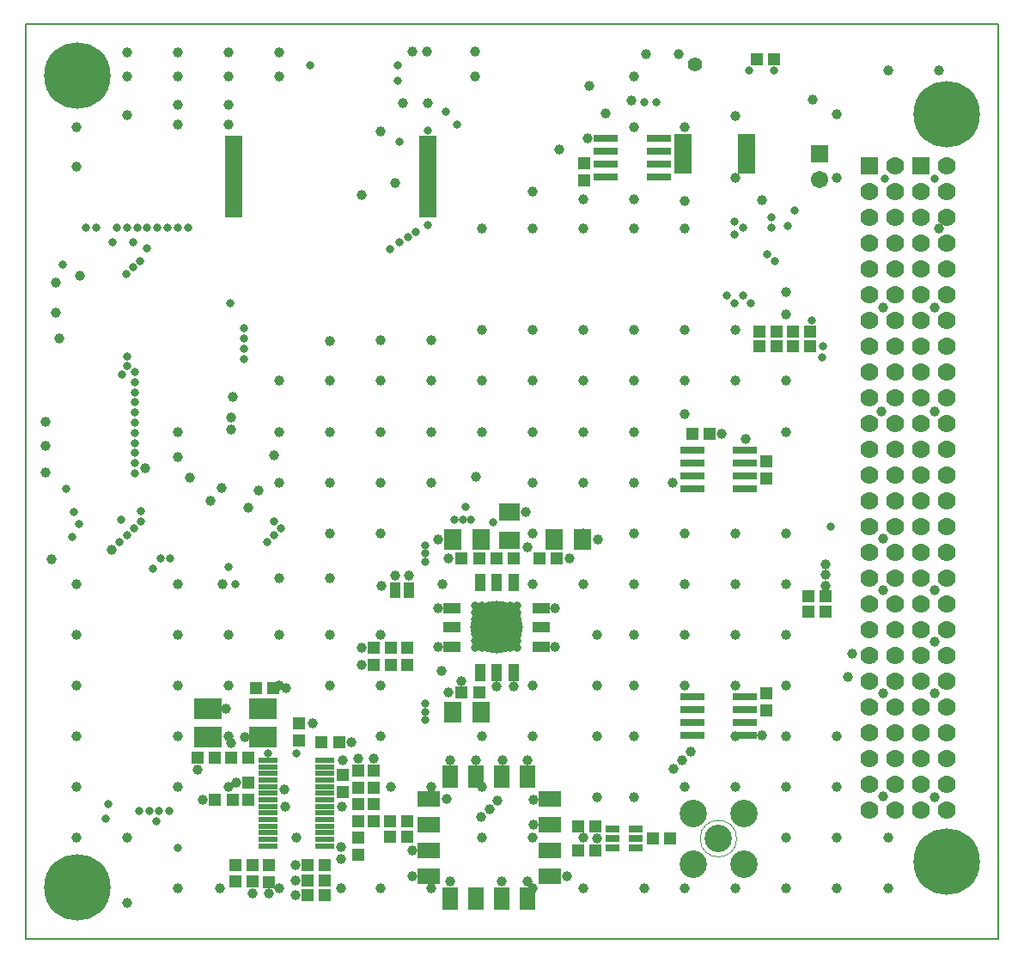
<source format=gts>
%FSAX24Y24*%
%MOIN*%
G70*
G01*
G75*
G04 Layer_Color=8388736*
%ADD10C,0.0394*%
%ADD11C,0.0276*%
%ADD12R,0.0630X0.0709*%
%ADD13R,0.0433X0.0394*%
%ADD14R,0.0394X0.0433*%
%ADD15R,0.0591X0.1457*%
%ADD16R,0.0866X0.0236*%
%ADD17R,0.0866X0.0236*%
%ADD18R,0.0807X0.0532*%
%ADD19R,0.0532X0.0807*%
%ADD20R,0.0709X0.0630*%
%ADD21R,0.1014X0.0748*%
%ADD22R,0.0453X0.0236*%
%ADD23R,0.0650X0.0118*%
%ADD24R,0.0630X0.0118*%
%ADD25R,0.0591X0.0335*%
%ADD26R,0.0335X0.0591*%
%ADD27C,0.1969*%
%ADD28R,0.0315X0.0118*%
%ADD29C,0.0315*%
%ADD30C,0.0197*%
%ADD31C,0.0236*%
%ADD32C,0.0472*%
%ADD33C,0.0118*%
%ADD34C,0.0157*%
%ADD35C,0.0591*%
%ADD36R,0.1378X0.0565*%
%ADD37R,0.0945X0.1024*%
%ADD38R,0.0823X0.0266*%
%ADD39R,0.0866X0.0108*%
%ADD40R,0.0591X0.0630*%
%ADD41R,0.2520X0.2480*%
%ADD42C,0.0010*%
%ADD43C,0.0080*%
%ADD44R,0.0591X0.0591*%
%ADD45C,0.0591*%
%ADD46C,0.0984*%
%ADD47C,0.0620*%
%ADD48R,0.0620X0.0620*%
%ADD49C,0.2500*%
%ADD50C,0.0236*%
%ADD51C,0.0472*%
%ADD52C,0.0315*%
%ADD53R,0.0315X0.0630*%
%ADD54R,0.0827X0.1181*%
%ADD55O,0.0118X0.0709*%
%ADD56O,0.0709X0.0118*%
%ADD57R,0.0394X0.0374*%
%ADD58R,0.3307X0.3307*%
%ADD59C,0.0098*%
%ADD60C,0.0079*%
%ADD61C,0.0080*%
%ADD62C,0.0100*%
%ADD63R,0.0710X0.0789*%
%ADD64R,0.0513X0.0474*%
%ADD65R,0.0474X0.0513*%
%ADD66R,0.0671X0.1537*%
%ADD67R,0.0946X0.0316*%
%ADD68R,0.0946X0.0316*%
%ADD69R,0.0887X0.0612*%
%ADD70R,0.0612X0.0887*%
%ADD71R,0.0789X0.0710*%
%ADD72R,0.1094X0.0828*%
%ADD73R,0.0533X0.0316*%
%ADD74R,0.0730X0.0198*%
%ADD75R,0.0710X0.0198*%
%ADD76R,0.0671X0.0415*%
%ADD77R,0.0415X0.0671*%
%ADD78C,0.2049*%
%ADD79R,0.0395X0.0198*%
%ADD80R,0.0671X0.0671*%
%ADD81C,0.0671*%
%ADD82C,0.1064*%
%ADD83C,0.0700*%
%ADD84R,0.0700X0.0700*%
%ADD85C,0.2580*%
%ADD86C,0.0316*%
%ADD87C,0.0552*%
%ADD88C,0.0395*%
D42*
X067598Y063898D02*
G03*
X067598Y063898I-000709J000000D01*
G01*
X067303D02*
G03*
X067303Y063898I-000413J000000D01*
G01*
X066968D02*
G03*
X066968Y063898I-000079J000000D01*
G01*
D43*
X040000Y060000D02*
X077752D01*
X040000Y095500D02*
X077752D01*
Y060000D02*
Y095500D01*
X040000Y060000D02*
Y095500D01*
D63*
X061614Y075512D02*
D03*
X060512D02*
D03*
X056575Y068819D02*
D03*
X057677D02*
D03*
X056575Y075512D02*
D03*
X057677D02*
D03*
D64*
X069055Y094134D02*
D03*
X068386D02*
D03*
X071063Y073307D02*
D03*
X070394D02*
D03*
X071063Y072717D02*
D03*
X070394D02*
D03*
X058268Y074764D02*
D03*
X058937D02*
D03*
X052165Y067638D02*
D03*
X051496D02*
D03*
X048150Y062874D02*
D03*
X048819D02*
D03*
X048032Y065394D02*
D03*
X047362D02*
D03*
X049606Y069724D02*
D03*
X048937D02*
D03*
X046693Y067047D02*
D03*
X047362D02*
D03*
X054803Y064567D02*
D03*
X054134D02*
D03*
X061457Y063425D02*
D03*
X062126D02*
D03*
X048819Y062244D02*
D03*
X048150D02*
D03*
X056929Y069567D02*
D03*
X057598D02*
D03*
X050945Y062283D02*
D03*
X051614D02*
D03*
X056929Y074764D02*
D03*
X057598D02*
D03*
X050945Y062874D02*
D03*
X051614D02*
D03*
X061457Y064370D02*
D03*
X062126D02*
D03*
X054803Y063976D02*
D03*
X054134D02*
D03*
X060630Y074764D02*
D03*
X059961D02*
D03*
X051614Y061693D02*
D03*
X050945D02*
D03*
X066535Y079606D02*
D03*
X065866D02*
D03*
X069134Y083583D02*
D03*
X068465D02*
D03*
X069134Y082992D02*
D03*
X068465D02*
D03*
X070433Y083583D02*
D03*
X069764D02*
D03*
X070433Y082992D02*
D03*
X069764D02*
D03*
X065000Y063898D02*
D03*
X064331D02*
D03*
X047992Y067047D02*
D03*
X048661D02*
D03*
X053504Y071299D02*
D03*
X054173D02*
D03*
X053504Y070630D02*
D03*
X054173D02*
D03*
D65*
X061693Y089449D02*
D03*
Y090118D02*
D03*
X068740Y068858D02*
D03*
Y069528D02*
D03*
X049449Y062205D02*
D03*
Y062874D02*
D03*
X052323Y066378D02*
D03*
Y065709D02*
D03*
X052913Y064567D02*
D03*
Y065236D02*
D03*
Y063268D02*
D03*
Y063937D02*
D03*
X048661Y066063D02*
D03*
Y065394D02*
D03*
X053504Y064567D02*
D03*
Y065236D02*
D03*
X052913Y066535D02*
D03*
Y065866D02*
D03*
X053504Y066535D02*
D03*
Y065866D02*
D03*
X068740Y077874D02*
D03*
Y078543D02*
D03*
X050630Y067717D02*
D03*
Y068386D02*
D03*
X054803Y070630D02*
D03*
Y071299D02*
D03*
D66*
X065512Y090472D02*
D03*
X067972D02*
D03*
D67*
X062520Y090565D02*
D03*
Y090065D02*
D03*
Y089565D02*
D03*
X064567Y091065D02*
D03*
Y090565D02*
D03*
Y090065D02*
D03*
Y089565D02*
D03*
X067913Y068411D02*
D03*
Y068911D02*
D03*
Y069411D02*
D03*
X065866Y067911D02*
D03*
Y068411D02*
D03*
Y068911D02*
D03*
Y069411D02*
D03*
X067913Y077978D02*
D03*
Y078478D02*
D03*
Y078978D02*
D03*
X065866Y077478D02*
D03*
Y077978D02*
D03*
Y078478D02*
D03*
Y078978D02*
D03*
D68*
X062520Y091065D02*
D03*
X067913Y067911D02*
D03*
X067913Y077478D02*
D03*
D69*
X060344Y062437D02*
D03*
Y063437D02*
D03*
Y064437D02*
D03*
Y065437D02*
D03*
X055640D02*
D03*
Y064437D02*
D03*
Y063437D02*
D03*
Y062437D02*
D03*
D70*
X059492Y066289D02*
D03*
X058492D02*
D03*
X057492D02*
D03*
X056492D02*
D03*
Y061585D02*
D03*
X057492D02*
D03*
X058492D02*
D03*
X059492D02*
D03*
D71*
X058780Y075472D02*
D03*
Y076575D02*
D03*
D72*
X047082Y067835D02*
D03*
X049218Y068937D02*
D03*
X047082D02*
D03*
X049218Y067835D02*
D03*
D73*
X062766Y064272D02*
D03*
Y063898D02*
D03*
Y063524D02*
D03*
X063691D02*
D03*
Y063898D02*
D03*
Y064272D02*
D03*
D74*
X051604Y065404D02*
D03*
Y064892D02*
D03*
Y063612D02*
D03*
Y063868D02*
D03*
Y064124D02*
D03*
Y064380D02*
D03*
Y064636D02*
D03*
Y065148D02*
D03*
Y065659D02*
D03*
Y065915D02*
D03*
Y066171D02*
D03*
Y066427D02*
D03*
Y066683D02*
D03*
Y066939D02*
D03*
X049419Y063612D02*
D03*
Y063868D02*
D03*
Y064124D02*
D03*
Y064380D02*
D03*
Y064636D02*
D03*
Y064892D02*
D03*
Y065148D02*
D03*
Y065404D02*
D03*
Y065659D02*
D03*
Y065915D02*
D03*
Y066171D02*
D03*
Y066427D02*
D03*
Y066683D02*
D03*
Y066939D02*
D03*
D75*
X048071Y091063D02*
D03*
Y090866D02*
D03*
Y090669D02*
D03*
Y090472D02*
D03*
Y090276D02*
D03*
Y090079D02*
D03*
Y089882D02*
D03*
Y089685D02*
D03*
Y089488D02*
D03*
Y089291D02*
D03*
Y089094D02*
D03*
Y088898D02*
D03*
Y088701D02*
D03*
Y088504D02*
D03*
Y088307D02*
D03*
Y088110D02*
D03*
X055630Y091063D02*
D03*
Y090866D02*
D03*
Y090669D02*
D03*
Y090472D02*
D03*
Y090276D02*
D03*
Y090079D02*
D03*
Y089882D02*
D03*
Y089685D02*
D03*
Y089488D02*
D03*
Y089291D02*
D03*
Y089094D02*
D03*
Y088898D02*
D03*
Y088701D02*
D03*
Y088504D02*
D03*
Y088307D02*
D03*
Y088110D02*
D03*
D76*
X056545Y072839D02*
D03*
Y072087D02*
D03*
Y071335D02*
D03*
X060030D02*
D03*
Y072087D02*
D03*
Y072839D02*
D03*
D77*
X057638Y070344D02*
D03*
X058287D02*
D03*
X058937D02*
D03*
Y073829D02*
D03*
X058287D02*
D03*
X057638D02*
D03*
D78*
X058287Y072087D02*
D03*
D79*
X054331Y073740D02*
D03*
Y073543D02*
D03*
Y073346D02*
D03*
X054882D02*
D03*
Y073543D02*
D03*
Y073740D02*
D03*
D80*
X070827Y090472D02*
D03*
D81*
Y089472D02*
D03*
D82*
X065906Y064882D02*
D03*
X067874D02*
D03*
Y062913D02*
D03*
X065906D02*
D03*
X066890Y063898D02*
D03*
D83*
X075756Y071000D02*
D03*
X074756D02*
D03*
X075756Y072000D02*
D03*
X074756D02*
D03*
X075756Y078000D02*
D03*
X074756D02*
D03*
X075756Y068000D02*
D03*
X074756D02*
D03*
X075756Y069000D02*
D03*
X074756D02*
D03*
X075756Y070000D02*
D03*
X074756D02*
D03*
X075756Y073000D02*
D03*
X074756D02*
D03*
X075756Y074000D02*
D03*
X074756D02*
D03*
X075756Y075000D02*
D03*
X074756D02*
D03*
X075756Y076000D02*
D03*
X074756D02*
D03*
X075756Y077000D02*
D03*
X074756D02*
D03*
Y083000D02*
D03*
Y082000D02*
D03*
Y081000D02*
D03*
Y080000D02*
D03*
Y079000D02*
D03*
X075756Y084000D02*
D03*
Y083000D02*
D03*
Y082000D02*
D03*
Y081000D02*
D03*
Y080000D02*
D03*
Y079000D02*
D03*
Y089000D02*
D03*
X074756D02*
D03*
Y085000D02*
D03*
X075756Y087000D02*
D03*
X074756Y084000D02*
D03*
Y086000D02*
D03*
X075756Y085000D02*
D03*
Y086000D02*
D03*
X074756Y088000D02*
D03*
Y087000D02*
D03*
Y067000D02*
D03*
X075756Y088000D02*
D03*
Y067000D02*
D03*
X074756Y066000D02*
D03*
Y065000D02*
D03*
X075756Y066000D02*
D03*
Y065000D02*
D03*
Y090000D02*
D03*
X072756Y087000D02*
D03*
Y088000D02*
D03*
X073756Y065000D02*
D03*
X072756D02*
D03*
X073756Y066000D02*
D03*
X072756D02*
D03*
X073756Y067000D02*
D03*
X072756D02*
D03*
Y069000D02*
D03*
Y070000D02*
D03*
X073756Y075000D02*
D03*
X072756Y079000D02*
D03*
Y080000D02*
D03*
Y081000D02*
D03*
Y082000D02*
D03*
Y083000D02*
D03*
Y084000D02*
D03*
Y078000D02*
D03*
X073756Y084000D02*
D03*
Y083000D02*
D03*
Y082000D02*
D03*
Y081000D02*
D03*
Y080000D02*
D03*
Y079000D02*
D03*
Y078000D02*
D03*
Y089000D02*
D03*
X072756D02*
D03*
Y085000D02*
D03*
X073756Y087000D02*
D03*
X072756Y086000D02*
D03*
X073756Y085000D02*
D03*
Y086000D02*
D03*
Y088000D02*
D03*
X072756Y077000D02*
D03*
Y076000D02*
D03*
Y075000D02*
D03*
Y074000D02*
D03*
Y073000D02*
D03*
Y072000D02*
D03*
Y071000D02*
D03*
Y068000D02*
D03*
X073756Y077000D02*
D03*
Y076000D02*
D03*
Y074000D02*
D03*
Y073000D02*
D03*
Y072000D02*
D03*
Y071000D02*
D03*
Y070000D02*
D03*
Y069000D02*
D03*
Y068000D02*
D03*
Y090000D02*
D03*
D84*
X074756D02*
D03*
X072756D02*
D03*
D85*
X042008Y062008D02*
D03*
X075748Y092008D02*
D03*
Y062992D02*
D03*
X042008Y093504D02*
D03*
D86*
X075276Y089488D02*
D03*
X073346D02*
D03*
X056654Y076260D02*
D03*
X056968D02*
D03*
X057283D02*
D03*
X055512Y074646D02*
D03*
Y074961D02*
D03*
Y075276D02*
D03*
Y068504D02*
D03*
Y068819D02*
D03*
X068071Y093701D02*
D03*
X069055D02*
D03*
X070512Y084016D02*
D03*
X070945Y082992D02*
D03*
X069094Y086299D02*
D03*
X068780Y086575D02*
D03*
X067520Y087835D02*
D03*
X069843Y088268D02*
D03*
X067520Y087323D02*
D03*
X067835Y087598D02*
D03*
X068937D02*
D03*
Y087992D02*
D03*
X069567Y087677D02*
D03*
X068150Y084685D02*
D03*
X067835Y084961D02*
D03*
X067520Y084685D02*
D03*
X067205Y084961D02*
D03*
X054449Y093307D02*
D03*
X064488Y092480D02*
D03*
X064016D02*
D03*
X071260Y075988D02*
D03*
X056732Y091594D02*
D03*
X043110Y064685D02*
D03*
X043203Y065222D02*
D03*
X049638Y075669D02*
D03*
X049370Y075394D02*
D03*
X049921Y075945D02*
D03*
X049646Y076220D02*
D03*
X056299Y092087D02*
D03*
X044213Y075945D02*
D03*
X044488Y076220D02*
D03*
X043661Y075394D02*
D03*
X043937Y075669D02*
D03*
X043701Y076260D02*
D03*
X055630Y091378D02*
D03*
X054528Y090945D02*
D03*
X048465Y083701D02*
D03*
X041890Y076575D02*
D03*
X041811Y075591D02*
D03*
X042087Y076102D02*
D03*
X041575Y077480D02*
D03*
X044252Y078071D02*
D03*
Y078465D02*
D03*
Y078858D02*
D03*
Y079252D02*
D03*
Y079646D02*
D03*
Y080039D02*
D03*
Y080433D02*
D03*
Y080827D02*
D03*
Y081220D02*
D03*
Y081614D02*
D03*
Y082008D02*
D03*
X045512Y087598D02*
D03*
X045906D02*
D03*
X046299D02*
D03*
X044331D02*
D03*
X044724D02*
D03*
X045118D02*
D03*
X043543D02*
D03*
X042756D02*
D03*
X042362D02*
D03*
X044173Y086063D02*
D03*
X044449Y086299D02*
D03*
X044724Y086811D02*
D03*
X055157Y087441D02*
D03*
X054843Y087244D02*
D03*
X043898Y085787D02*
D03*
X043386Y087047D02*
D03*
X044173D02*
D03*
X055630Y087717D02*
D03*
X054528Y087047D02*
D03*
X045197Y064961D02*
D03*
X045591D02*
D03*
X044409D02*
D03*
X044803D02*
D03*
X045079Y064567D02*
D03*
X054134Y086772D02*
D03*
X054449Y093898D02*
D03*
X051063D02*
D03*
X044488Y076614D02*
D03*
X045906Y063543D02*
D03*
X047953Y084675D02*
D03*
X048465Y083307D02*
D03*
Y082913D02*
D03*
X041457Y086181D02*
D03*
X048465Y082520D02*
D03*
X043740Y081890D02*
D03*
X055512Y069134D02*
D03*
X049409Y067205D02*
D03*
X050512D02*
D03*
X058268Y072126D02*
D03*
Y071299D02*
D03*
X058543D02*
D03*
X058819D02*
D03*
X059094D02*
D03*
X057992D02*
D03*
X057717D02*
D03*
X057441D02*
D03*
X058268Y071575D02*
D03*
X058543D02*
D03*
X058819D02*
D03*
X059094D02*
D03*
X057992D02*
D03*
X057717D02*
D03*
X057441D02*
D03*
X058268Y071850D02*
D03*
X058543D02*
D03*
X058819D02*
D03*
X059094D02*
D03*
X057992D02*
D03*
X057717D02*
D03*
X057441D02*
D03*
X058268Y072677D02*
D03*
X058543D02*
D03*
X058819D02*
D03*
X059094D02*
D03*
X057992D02*
D03*
X057717D02*
D03*
X057441D02*
D03*
X058268Y072402D02*
D03*
X058543D02*
D03*
X058819D02*
D03*
X059094D02*
D03*
X057992D02*
D03*
X057717D02*
D03*
X057441D02*
D03*
Y072126D02*
D03*
X057717D02*
D03*
X057992D02*
D03*
X059094D02*
D03*
X058819D02*
D03*
X058543D02*
D03*
X057441Y072953D02*
D03*
X057717D02*
D03*
X057992D02*
D03*
X059094D02*
D03*
X058819D02*
D03*
X058543D02*
D03*
X058268D02*
D03*
X070906Y082559D02*
D03*
X043937Y082598D02*
D03*
X043937Y082244D02*
D03*
X048150Y073780D02*
D03*
X047874Y074449D02*
D03*
X058150Y076181D02*
D03*
X057087Y076772D02*
D03*
X045630Y074764D02*
D03*
X045236D02*
D03*
X044961Y074370D02*
D03*
X043937Y087598D02*
D03*
D87*
X065984Y093937D02*
D03*
D88*
X046890Y065394D02*
D03*
X050069Y065148D02*
D03*
X050039Y065787D02*
D03*
X052274Y065148D02*
D03*
X052313Y066939D02*
D03*
X052638Y067638D02*
D03*
X052913Y067008D02*
D03*
X053504D02*
D03*
X050472Y062874D02*
D03*
X050472Y062283D02*
D03*
X049449Y061772D02*
D03*
X048819D02*
D03*
X052244Y063583D02*
D03*
Y063110D02*
D03*
X055000Y063437D02*
D03*
Y062437D02*
D03*
X056496Y062244D02*
D03*
X058465D02*
D03*
X061014Y062437D02*
D03*
X059488Y062244D02*
D03*
X048189Y066063D02*
D03*
X046693Y066575D02*
D03*
X047795Y068937D02*
D03*
X048504Y067835D02*
D03*
X062165Y063898D02*
D03*
X055591Y094449D02*
D03*
X055000D02*
D03*
X061890Y093110D02*
D03*
X063524Y092539D02*
D03*
X061811Y091065D02*
D03*
X054331Y089331D02*
D03*
X070551Y092559D02*
D03*
X040787Y080079D02*
D03*
X048032Y081024D02*
D03*
X047992Y080236D02*
D03*
X044646Y078268D02*
D03*
X046378Y077913D02*
D03*
X061102Y074764D02*
D03*
X059488Y075197D02*
D03*
X056417Y074764D02*
D03*
X056024Y075512D02*
D03*
X059409Y076575D02*
D03*
X062205Y075512D02*
D03*
X053819Y073701D02*
D03*
X054331Y074094D02*
D03*
X054882D02*
D03*
X058268Y069803D02*
D03*
X058937D02*
D03*
X056024Y071339D02*
D03*
X060551D02*
D03*
Y072835D02*
D03*
X056024D02*
D03*
X053032Y070630D02*
D03*
Y071299D02*
D03*
X056929Y070000D02*
D03*
X056417Y069567D02*
D03*
X056496Y066929D02*
D03*
X057480D02*
D03*
X058504D02*
D03*
X059488D02*
D03*
X059724Y065394D02*
D03*
X056339Y065433D02*
D03*
X059724Y064449D02*
D03*
X050118Y069724D02*
D03*
X051142Y068386D02*
D03*
X058307Y065354D02*
D03*
X057999Y065046D02*
D03*
X057677Y064724D02*
D03*
X065827Y067283D02*
D03*
X065481Y066937D02*
D03*
X065146Y066603D02*
D03*
X068581Y067911D02*
D03*
X050472Y061693D02*
D03*
X071063Y073701D02*
D03*
Y074134D02*
D03*
X071063Y074528D02*
D03*
X067008Y079606D02*
D03*
X067953Y079409D02*
D03*
X047992Y079764D02*
D03*
X049646Y078780D02*
D03*
X049055Y077402D02*
D03*
X047165Y077008D02*
D03*
X041299Y083307D02*
D03*
X047992Y067598D02*
D03*
X043937Y093465D02*
D03*
X045906D02*
D03*
X047874D02*
D03*
X049843D02*
D03*
X054646Y092441D02*
D03*
X057441Y094449D02*
D03*
Y093465D02*
D03*
X063622Y093465D02*
D03*
X065354Y094331D02*
D03*
X064094D02*
D03*
X073465Y093701D02*
D03*
X075433D02*
D03*
X041968Y091496D02*
D03*
X043937Y091968D02*
D03*
X047874Y091614D02*
D03*
X053780Y091339D02*
D03*
X055630Y092441D02*
D03*
X062520Y092047D02*
D03*
X060709Y090630D02*
D03*
X063622Y091496D02*
D03*
X065591D02*
D03*
X067559Y091929D02*
D03*
X071496Y092008D02*
D03*
X041968Y089961D02*
D03*
X053032Y088858D02*
D03*
X059685Y089016D02*
D03*
X061654Y088701D02*
D03*
X063622D02*
D03*
X065591Y088622D02*
D03*
X067559Y089528D02*
D03*
X068583Y088661D02*
D03*
X071496Y089528D02*
D03*
X057717Y087559D02*
D03*
X059685D02*
D03*
X061654D02*
D03*
X063622D02*
D03*
X065591D02*
D03*
X075433D02*
D03*
X042126Y085748D02*
D03*
X069528Y085118D02*
D03*
X041181Y084291D02*
D03*
X051811Y083189D02*
D03*
X053780Y083228D02*
D03*
X057717Y083622D02*
D03*
X059685D02*
D03*
X061654D02*
D03*
X063622D02*
D03*
X065591D02*
D03*
X067559D02*
D03*
X069528Y084252D02*
D03*
X073268Y084488D02*
D03*
X075276D02*
D03*
X049843Y081654D02*
D03*
X051811D02*
D03*
X053780D02*
D03*
X055748D02*
D03*
X057717D02*
D03*
X059685D02*
D03*
X061654D02*
D03*
X063622D02*
D03*
X065591D02*
D03*
X067559D02*
D03*
X069528D02*
D03*
X073228Y080472D02*
D03*
X075276D02*
D03*
X040787Y079134D02*
D03*
X045906Y079685D02*
D03*
X049843D02*
D03*
X051811D02*
D03*
X053780D02*
D03*
X055748D02*
D03*
X057717D02*
D03*
X059685D02*
D03*
X061654D02*
D03*
X063622D02*
D03*
X065591Y080354D02*
D03*
X069528Y079685D02*
D03*
X040787Y078110D02*
D03*
X045906Y078701D02*
D03*
X047598Y077520D02*
D03*
X049843Y077717D02*
D03*
X051811D02*
D03*
X053780D02*
D03*
X055748D02*
D03*
X057480Y077953D02*
D03*
X059685Y077717D02*
D03*
X061654D02*
D03*
X063622D02*
D03*
X065118Y077717D02*
D03*
X041024Y074724D02*
D03*
X043346Y075118D02*
D03*
X048661Y076732D02*
D03*
X051811Y075748D02*
D03*
X053780D02*
D03*
X059685D02*
D03*
X061654D02*
D03*
X063622D02*
D03*
X065591D02*
D03*
X067559D02*
D03*
X069528D02*
D03*
X073268Y075551D02*
D03*
X041968Y073780D02*
D03*
X045906D02*
D03*
X047638Y073780D02*
D03*
X049843Y074016D02*
D03*
X051811D02*
D03*
X056181Y073780D02*
D03*
X059685Y073780D02*
D03*
X061654D02*
D03*
X063622D02*
D03*
X065591D02*
D03*
X067559D02*
D03*
X069528D02*
D03*
X073268Y073543D02*
D03*
X075276D02*
D03*
X041968Y071811D02*
D03*
X045906D02*
D03*
X047874D02*
D03*
X049843D02*
D03*
X051811D02*
D03*
X053780D02*
D03*
X056142Y070394D02*
D03*
X057717Y071811D02*
D03*
X063622D02*
D03*
X065591D02*
D03*
X067559D02*
D03*
X069528D02*
D03*
X075276Y071535D02*
D03*
X041968Y069843D02*
D03*
X045906D02*
D03*
X047874D02*
D03*
X049843D02*
D03*
X051811D02*
D03*
X053780D02*
D03*
X059685D02*
D03*
X062165D02*
D03*
X063622D02*
D03*
X065591D02*
D03*
X067559D02*
D03*
X069528D02*
D03*
X071929Y070157D02*
D03*
X073268Y069528D02*
D03*
X075276D02*
D03*
X041968Y067874D02*
D03*
X045906D02*
D03*
X047874D02*
D03*
X053780D02*
D03*
X057717D02*
D03*
X059685D02*
D03*
X062165D02*
D03*
X063622D02*
D03*
X067559D02*
D03*
X069528D02*
D03*
X071496D02*
D03*
X041968Y065906D02*
D03*
X045906D02*
D03*
X047874D02*
D03*
X054173D02*
D03*
X055748D02*
D03*
X057717D02*
D03*
X062165Y065512D02*
D03*
X063622D02*
D03*
X065591Y065906D02*
D03*
X067559D02*
D03*
X069528D02*
D03*
X071496D02*
D03*
X075276Y065512D02*
D03*
X041968Y063937D02*
D03*
X043937D02*
D03*
X050512D02*
D03*
X057717D02*
D03*
X059685D02*
D03*
X061654D02*
D03*
X069528D02*
D03*
X071496D02*
D03*
X073465D02*
D03*
X043937Y061417D02*
D03*
X045906Y061968D02*
D03*
X047559D02*
D03*
X049843D02*
D03*
X052244D02*
D03*
X053780D02*
D03*
X055748D02*
D03*
X059685D02*
D03*
X061654D02*
D03*
X064016D02*
D03*
X065591D02*
D03*
X067559D02*
D03*
X069528D02*
D03*
X071496D02*
D03*
X073465D02*
D03*
X045906Y091614D02*
D03*
X049843Y094409D02*
D03*
X047874D02*
D03*
X045906D02*
D03*
X043937D02*
D03*
X045906Y092362D02*
D03*
X047874D02*
D03*
X041181Y085472D02*
D03*
X062165Y071811D02*
D03*
X073268Y065551D02*
D03*
X072087Y071063D02*
D03*
X055748Y083228D02*
D03*
M02*

</source>
